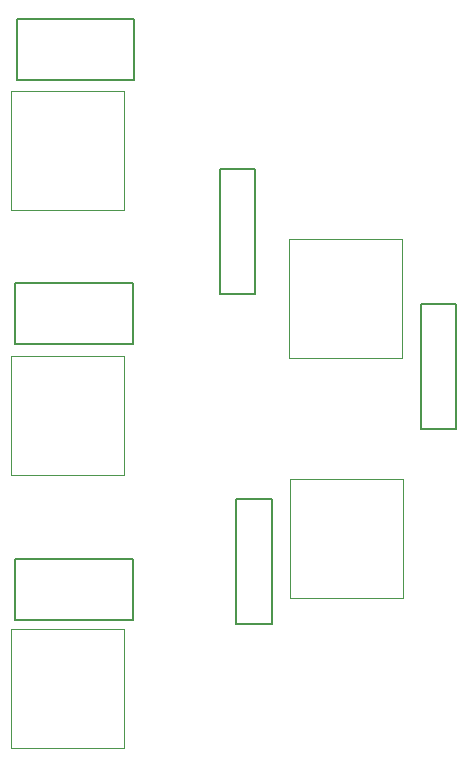
<source format=gbr>
%TF.GenerationSoftware,Altium Limited,Altium Designer,23.3.1 (30)*%
G04 Layer_Color=32768*
%FSLAX26Y26*%
%MOIN*%
%TF.SameCoordinates,8F501EFE-F143-482A-9327-88418F9FCBED*%
%TF.FilePolarity,Positive*%
%TF.FileFunction,Other,Top_Courtyard*%
%TF.Part,Single*%
G01*
G75*
%TA.AperFunction,NonConductor*%
%ADD34C,0.007874*%
%ADD57C,0.001968*%
D34*
X2630945Y1784252D02*
X2749055D01*
X2630945Y1365748D02*
Y1784252D01*
Y1365748D02*
X2749055D01*
Y1784252D01*
X1960945Y1815551D02*
X2079055D01*
Y2234055D01*
X1960945D02*
X2079055D01*
X1960945Y1815551D02*
Y2234055D01*
X1676457Y2528622D02*
Y2731772D01*
X1283543Y2528622D02*
X1676457D01*
X1283543D02*
Y2731772D01*
X1676457D01*
X1278543Y931772D02*
X1671457D01*
X1278543Y728622D02*
Y931772D01*
Y728622D02*
X1671457D01*
Y931772D01*
X1278543Y1851772D02*
X1671457D01*
X1278543Y1648622D02*
Y1851772D01*
Y1648622D02*
X1671457D01*
Y1851772D01*
X2134055Y715551D02*
Y1134055D01*
X2015945Y715551D02*
X2134055D01*
X2015945D02*
Y1134055D01*
X2134055D01*
D57*
X2196614Y1198622D02*
X2573386D01*
X2196614Y801378D02*
X2573386D01*
Y1198622D01*
X2196614Y801378D02*
Y1198622D01*
X2191614Y1998622D02*
X2568386D01*
X2191614Y1601378D02*
X2568386D01*
Y1998622D01*
X2191614Y1601378D02*
Y1998622D01*
X1266614Y301378D02*
Y698622D01*
X1643386Y301378D02*
Y698622D01*
X1266614Y301378D02*
X1643386D01*
X1266614Y698622D02*
X1643386D01*
X1266614Y1212878D02*
Y1610122D01*
X1643386Y1212878D02*
Y1610122D01*
X1266614Y1212878D02*
X1643386D01*
X1266614Y1610122D02*
X1643386D01*
X1266614Y2096378D02*
Y2493622D01*
X1643386Y2096378D02*
Y2493622D01*
X1266614Y2096378D02*
X1643386D01*
X1266614Y2493622D02*
X1643386D01*
%TF.MD5,044d03bf0946fd27a9495fe4b4bbd4a3*%
M02*

</source>
